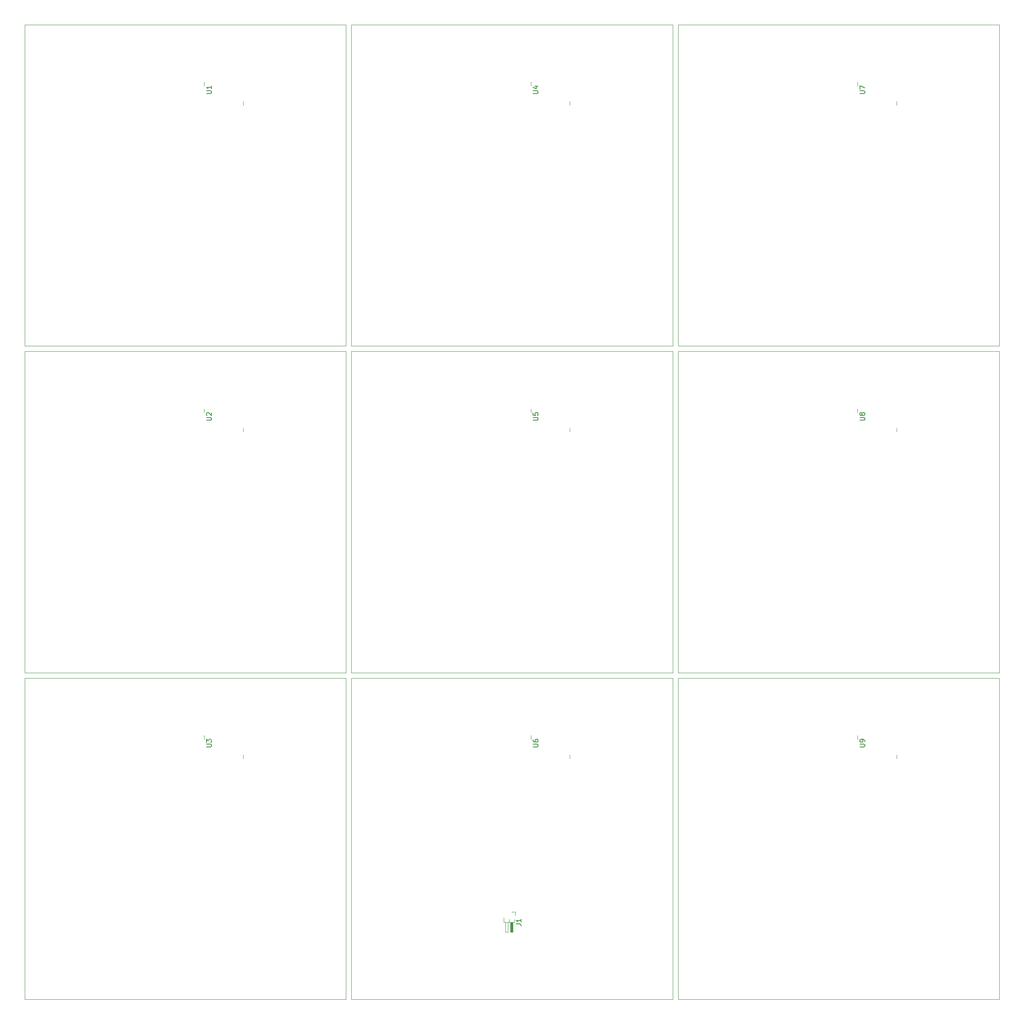
<source format=gbr>
%TF.GenerationSoftware,KiCad,Pcbnew,9.0.4*%
%TF.CreationDate,2025-09-15T19:22:17-07:00*%
%TF.ProjectId,solarboard,736f6c61-7262-46f6-9172-642e6b696361,rev?*%
%TF.SameCoordinates,Original*%
%TF.FileFunction,Legend,Top*%
%TF.FilePolarity,Positive*%
%FSLAX46Y46*%
G04 Gerber Fmt 4.6, Leading zero omitted, Abs format (unit mm)*
G04 Created by KiCad (PCBNEW 9.0.4) date 2025-09-15 19:22:17*
%MOMM*%
%LPD*%
G01*
G04 APERTURE LIST*
%ADD10C,0.150000*%
%ADD11C,0.120000*%
%ADD12C,0.100000*%
G04 APERTURE END LIST*
D10*
X111444819Y-7051904D02*
X112254342Y-7051904D01*
X112254342Y-7051904D02*
X112349580Y-7004285D01*
X112349580Y-7004285D02*
X112397200Y-6956666D01*
X112397200Y-6956666D02*
X112444819Y-6861428D01*
X112444819Y-6861428D02*
X112444819Y-6670952D01*
X112444819Y-6670952D02*
X112397200Y-6575714D01*
X112397200Y-6575714D02*
X112349580Y-6528095D01*
X112349580Y-6528095D02*
X112254342Y-6480476D01*
X112254342Y-6480476D02*
X111444819Y-6480476D01*
X111778152Y-5575714D02*
X112444819Y-5575714D01*
X111397200Y-5813809D02*
X112111485Y-6051904D01*
X112111485Y-6051904D02*
X112111485Y-5432857D01*
X44344819Y-7051904D02*
X45154342Y-7051904D01*
X45154342Y-7051904D02*
X45249580Y-7004285D01*
X45249580Y-7004285D02*
X45297200Y-6956666D01*
X45297200Y-6956666D02*
X45344819Y-6861428D01*
X45344819Y-6861428D02*
X45344819Y-6670952D01*
X45344819Y-6670952D02*
X45297200Y-6575714D01*
X45297200Y-6575714D02*
X45249580Y-6528095D01*
X45249580Y-6528095D02*
X45154342Y-6480476D01*
X45154342Y-6480476D02*
X44344819Y-6480476D01*
X45344819Y-5480476D02*
X45344819Y-6051904D01*
X45344819Y-5766190D02*
X44344819Y-5766190D01*
X44344819Y-5766190D02*
X44487676Y-5861428D01*
X44487676Y-5861428D02*
X44582914Y-5956666D01*
X44582914Y-5956666D02*
X44630533Y-6051904D01*
X178544819Y-74151904D02*
X179354342Y-74151904D01*
X179354342Y-74151904D02*
X179449580Y-74104285D01*
X179449580Y-74104285D02*
X179497200Y-74056666D01*
X179497200Y-74056666D02*
X179544819Y-73961428D01*
X179544819Y-73961428D02*
X179544819Y-73770952D01*
X179544819Y-73770952D02*
X179497200Y-73675714D01*
X179497200Y-73675714D02*
X179449580Y-73628095D01*
X179449580Y-73628095D02*
X179354342Y-73580476D01*
X179354342Y-73580476D02*
X178544819Y-73580476D01*
X178973390Y-72961428D02*
X178925771Y-73056666D01*
X178925771Y-73056666D02*
X178878152Y-73104285D01*
X178878152Y-73104285D02*
X178782914Y-73151904D01*
X178782914Y-73151904D02*
X178735295Y-73151904D01*
X178735295Y-73151904D02*
X178640057Y-73104285D01*
X178640057Y-73104285D02*
X178592438Y-73056666D01*
X178592438Y-73056666D02*
X178544819Y-72961428D01*
X178544819Y-72961428D02*
X178544819Y-72770952D01*
X178544819Y-72770952D02*
X178592438Y-72675714D01*
X178592438Y-72675714D02*
X178640057Y-72628095D01*
X178640057Y-72628095D02*
X178735295Y-72580476D01*
X178735295Y-72580476D02*
X178782914Y-72580476D01*
X178782914Y-72580476D02*
X178878152Y-72628095D01*
X178878152Y-72628095D02*
X178925771Y-72675714D01*
X178925771Y-72675714D02*
X178973390Y-72770952D01*
X178973390Y-72770952D02*
X178973390Y-72961428D01*
X178973390Y-72961428D02*
X179021009Y-73056666D01*
X179021009Y-73056666D02*
X179068628Y-73104285D01*
X179068628Y-73104285D02*
X179163866Y-73151904D01*
X179163866Y-73151904D02*
X179354342Y-73151904D01*
X179354342Y-73151904D02*
X179449580Y-73104285D01*
X179449580Y-73104285D02*
X179497200Y-73056666D01*
X179497200Y-73056666D02*
X179544819Y-72961428D01*
X179544819Y-72961428D02*
X179544819Y-72770952D01*
X179544819Y-72770952D02*
X179497200Y-72675714D01*
X179497200Y-72675714D02*
X179449580Y-72628095D01*
X179449580Y-72628095D02*
X179354342Y-72580476D01*
X179354342Y-72580476D02*
X179163866Y-72580476D01*
X179163866Y-72580476D02*
X179068628Y-72628095D01*
X179068628Y-72628095D02*
X179021009Y-72675714D01*
X179021009Y-72675714D02*
X178973390Y-72770952D01*
X178544819Y-141251904D02*
X179354342Y-141251904D01*
X179354342Y-141251904D02*
X179449580Y-141204285D01*
X179449580Y-141204285D02*
X179497200Y-141156666D01*
X179497200Y-141156666D02*
X179544819Y-141061428D01*
X179544819Y-141061428D02*
X179544819Y-140870952D01*
X179544819Y-140870952D02*
X179497200Y-140775714D01*
X179497200Y-140775714D02*
X179449580Y-140728095D01*
X179449580Y-140728095D02*
X179354342Y-140680476D01*
X179354342Y-140680476D02*
X178544819Y-140680476D01*
X179544819Y-140156666D02*
X179544819Y-139966190D01*
X179544819Y-139966190D02*
X179497200Y-139870952D01*
X179497200Y-139870952D02*
X179449580Y-139823333D01*
X179449580Y-139823333D02*
X179306723Y-139728095D01*
X179306723Y-139728095D02*
X179116247Y-139680476D01*
X179116247Y-139680476D02*
X178735295Y-139680476D01*
X178735295Y-139680476D02*
X178640057Y-139728095D01*
X178640057Y-139728095D02*
X178592438Y-139775714D01*
X178592438Y-139775714D02*
X178544819Y-139870952D01*
X178544819Y-139870952D02*
X178544819Y-140061428D01*
X178544819Y-140061428D02*
X178592438Y-140156666D01*
X178592438Y-140156666D02*
X178640057Y-140204285D01*
X178640057Y-140204285D02*
X178735295Y-140251904D01*
X178735295Y-140251904D02*
X178973390Y-140251904D01*
X178973390Y-140251904D02*
X179068628Y-140204285D01*
X179068628Y-140204285D02*
X179116247Y-140156666D01*
X179116247Y-140156666D02*
X179163866Y-140061428D01*
X179163866Y-140061428D02*
X179163866Y-139870952D01*
X179163866Y-139870952D02*
X179116247Y-139775714D01*
X179116247Y-139775714D02*
X179068628Y-139728095D01*
X179068628Y-139728095D02*
X178973390Y-139680476D01*
X44344819Y-74151904D02*
X45154342Y-74151904D01*
X45154342Y-74151904D02*
X45249580Y-74104285D01*
X45249580Y-74104285D02*
X45297200Y-74056666D01*
X45297200Y-74056666D02*
X45344819Y-73961428D01*
X45344819Y-73961428D02*
X45344819Y-73770952D01*
X45344819Y-73770952D02*
X45297200Y-73675714D01*
X45297200Y-73675714D02*
X45249580Y-73628095D01*
X45249580Y-73628095D02*
X45154342Y-73580476D01*
X45154342Y-73580476D02*
X44344819Y-73580476D01*
X44440057Y-73151904D02*
X44392438Y-73104285D01*
X44392438Y-73104285D02*
X44344819Y-73009047D01*
X44344819Y-73009047D02*
X44344819Y-72770952D01*
X44344819Y-72770952D02*
X44392438Y-72675714D01*
X44392438Y-72675714D02*
X44440057Y-72628095D01*
X44440057Y-72628095D02*
X44535295Y-72580476D01*
X44535295Y-72580476D02*
X44630533Y-72580476D01*
X44630533Y-72580476D02*
X44773390Y-72628095D01*
X44773390Y-72628095D02*
X45344819Y-73199523D01*
X45344819Y-73199523D02*
X45344819Y-72580476D01*
X107954819Y-177608333D02*
X108669104Y-177608333D01*
X108669104Y-177608333D02*
X108811961Y-177655952D01*
X108811961Y-177655952D02*
X108907200Y-177751190D01*
X108907200Y-177751190D02*
X108954819Y-177894047D01*
X108954819Y-177894047D02*
X108954819Y-177989285D01*
X108954819Y-176608333D02*
X108954819Y-177179761D01*
X108954819Y-176894047D02*
X107954819Y-176894047D01*
X107954819Y-176894047D02*
X108097676Y-176989285D01*
X108097676Y-176989285D02*
X108192914Y-177084523D01*
X108192914Y-177084523D02*
X108240533Y-177179761D01*
X178544819Y-7051904D02*
X179354342Y-7051904D01*
X179354342Y-7051904D02*
X179449580Y-7004285D01*
X179449580Y-7004285D02*
X179497200Y-6956666D01*
X179497200Y-6956666D02*
X179544819Y-6861428D01*
X179544819Y-6861428D02*
X179544819Y-6670952D01*
X179544819Y-6670952D02*
X179497200Y-6575714D01*
X179497200Y-6575714D02*
X179449580Y-6528095D01*
X179449580Y-6528095D02*
X179354342Y-6480476D01*
X179354342Y-6480476D02*
X178544819Y-6480476D01*
X178544819Y-6099523D02*
X178544819Y-5432857D01*
X178544819Y-5432857D02*
X179544819Y-5861428D01*
X111444819Y-74151904D02*
X112254342Y-74151904D01*
X112254342Y-74151904D02*
X112349580Y-74104285D01*
X112349580Y-74104285D02*
X112397200Y-74056666D01*
X112397200Y-74056666D02*
X112444819Y-73961428D01*
X112444819Y-73961428D02*
X112444819Y-73770952D01*
X112444819Y-73770952D02*
X112397200Y-73675714D01*
X112397200Y-73675714D02*
X112349580Y-73628095D01*
X112349580Y-73628095D02*
X112254342Y-73580476D01*
X112254342Y-73580476D02*
X111444819Y-73580476D01*
X111444819Y-72628095D02*
X111444819Y-73104285D01*
X111444819Y-73104285D02*
X111921009Y-73151904D01*
X111921009Y-73151904D02*
X111873390Y-73104285D01*
X111873390Y-73104285D02*
X111825771Y-73009047D01*
X111825771Y-73009047D02*
X111825771Y-72770952D01*
X111825771Y-72770952D02*
X111873390Y-72675714D01*
X111873390Y-72675714D02*
X111921009Y-72628095D01*
X111921009Y-72628095D02*
X112016247Y-72580476D01*
X112016247Y-72580476D02*
X112254342Y-72580476D01*
X112254342Y-72580476D02*
X112349580Y-72628095D01*
X112349580Y-72628095D02*
X112397200Y-72675714D01*
X112397200Y-72675714D02*
X112444819Y-72770952D01*
X112444819Y-72770952D02*
X112444819Y-73009047D01*
X112444819Y-73009047D02*
X112397200Y-73104285D01*
X112397200Y-73104285D02*
X112349580Y-73151904D01*
X44344819Y-141251904D02*
X45154342Y-141251904D01*
X45154342Y-141251904D02*
X45249580Y-141204285D01*
X45249580Y-141204285D02*
X45297200Y-141156666D01*
X45297200Y-141156666D02*
X45344819Y-141061428D01*
X45344819Y-141061428D02*
X45344819Y-140870952D01*
X45344819Y-140870952D02*
X45297200Y-140775714D01*
X45297200Y-140775714D02*
X45249580Y-140728095D01*
X45249580Y-140728095D02*
X45154342Y-140680476D01*
X45154342Y-140680476D02*
X44344819Y-140680476D01*
X44344819Y-140299523D02*
X44344819Y-139680476D01*
X44344819Y-139680476D02*
X44725771Y-140013809D01*
X44725771Y-140013809D02*
X44725771Y-139870952D01*
X44725771Y-139870952D02*
X44773390Y-139775714D01*
X44773390Y-139775714D02*
X44821009Y-139728095D01*
X44821009Y-139728095D02*
X44916247Y-139680476D01*
X44916247Y-139680476D02*
X45154342Y-139680476D01*
X45154342Y-139680476D02*
X45249580Y-139728095D01*
X45249580Y-139728095D02*
X45297200Y-139775714D01*
X45297200Y-139775714D02*
X45344819Y-139870952D01*
X45344819Y-139870952D02*
X45344819Y-140156666D01*
X45344819Y-140156666D02*
X45297200Y-140251904D01*
X45297200Y-140251904D02*
X45249580Y-140299523D01*
X111444819Y-141251904D02*
X112254342Y-141251904D01*
X112254342Y-141251904D02*
X112349580Y-141204285D01*
X112349580Y-141204285D02*
X112397200Y-141156666D01*
X112397200Y-141156666D02*
X112444819Y-141061428D01*
X112444819Y-141061428D02*
X112444819Y-140870952D01*
X112444819Y-140870952D02*
X112397200Y-140775714D01*
X112397200Y-140775714D02*
X112349580Y-140728095D01*
X112349580Y-140728095D02*
X112254342Y-140680476D01*
X112254342Y-140680476D02*
X111444819Y-140680476D01*
X111444819Y-139775714D02*
X111444819Y-139966190D01*
X111444819Y-139966190D02*
X111492438Y-140061428D01*
X111492438Y-140061428D02*
X111540057Y-140109047D01*
X111540057Y-140109047D02*
X111682914Y-140204285D01*
X111682914Y-140204285D02*
X111873390Y-140251904D01*
X111873390Y-140251904D02*
X112254342Y-140251904D01*
X112254342Y-140251904D02*
X112349580Y-140204285D01*
X112349580Y-140204285D02*
X112397200Y-140156666D01*
X112397200Y-140156666D02*
X112444819Y-140061428D01*
X112444819Y-140061428D02*
X112444819Y-139870952D01*
X112444819Y-139870952D02*
X112397200Y-139775714D01*
X112397200Y-139775714D02*
X112349580Y-139728095D01*
X112349580Y-139728095D02*
X112254342Y-139680476D01*
X112254342Y-139680476D02*
X112016247Y-139680476D01*
X112016247Y-139680476D02*
X111921009Y-139728095D01*
X111921009Y-139728095D02*
X111873390Y-139775714D01*
X111873390Y-139775714D02*
X111825771Y-139870952D01*
X111825771Y-139870952D02*
X111825771Y-140061428D01*
X111825771Y-140061428D02*
X111873390Y-140156666D01*
X111873390Y-140156666D02*
X111921009Y-140204285D01*
X111921009Y-140204285D02*
X112016247Y-140251904D01*
D11*
%TO.C,U4*%
X110985000Y-4695000D02*
X110985000Y-5430000D01*
X118985000Y-8695000D02*
X118985000Y-9430000D01*
D12*
X74100000Y7100000D02*
X140100000Y7100000D01*
X140100000Y-58900000D01*
X74100000Y-58900000D01*
X74100000Y7100000D01*
D11*
%TO.C,U1*%
X43885000Y-4695000D02*
X43885000Y-5430000D01*
X51885000Y-8695000D02*
X51885000Y-9430000D01*
D12*
X7000000Y7100000D02*
X73000000Y7100000D01*
X73000000Y-58900000D01*
X7000000Y-58900000D01*
X7000000Y7100000D01*
D11*
%TO.C,U8*%
X178085000Y-71795000D02*
X178085000Y-72530000D01*
X186085000Y-75795000D02*
X186085000Y-76530000D01*
D12*
X141200000Y-60000000D02*
X207200000Y-60000000D01*
X207200000Y-126000000D01*
X141200000Y-126000000D01*
X141200000Y-60000000D01*
D11*
%TO.C,U9*%
X178085000Y-138895000D02*
X178085000Y-139630000D01*
X186085000Y-142895000D02*
X186085000Y-143630000D01*
D12*
X141200000Y-127100000D02*
X207200000Y-127100000D01*
X207200000Y-193100000D01*
X141200000Y-193100000D01*
X141200000Y-127100000D01*
D11*
%TO.C,U2*%
X43885000Y-71795000D02*
X43885000Y-72530000D01*
X51885000Y-75795000D02*
X51885000Y-76530000D01*
D12*
X7000000Y-60000000D02*
X73000000Y-60000000D01*
X73000000Y-126000000D01*
X7000000Y-126000000D01*
X7000000Y-60000000D01*
D11*
%TO.C,J1*%
X105390000Y-177260000D02*
X105390000Y-176310030D01*
X105740000Y-179260000D02*
X105740000Y-177260000D01*
X106260000Y-177260000D02*
X106260000Y-179260000D01*
X106260000Y-179260000D02*
X105740000Y-179260000D01*
X106500000Y-176635000D02*
X106500000Y-177260000D01*
X107000000Y-175165000D02*
X107735000Y-175165000D01*
X107610000Y-176635000D02*
X107610000Y-177260000D01*
X107610000Y-177260000D02*
X105390000Y-177260000D01*
X107735000Y-175165000D02*
X107735000Y-175900000D01*
X107260000Y-177260000D02*
X106740000Y-177260000D01*
X106740000Y-179260000D01*
X107260000Y-179260000D01*
X107260000Y-177260000D01*
G36*
X107260000Y-177260000D02*
G01*
X106740000Y-177260000D01*
X106740000Y-179260000D01*
X107260000Y-179260000D01*
X107260000Y-177260000D01*
G37*
%TO.C,U7*%
X178085000Y-4695000D02*
X178085000Y-5430000D01*
X186085000Y-8695000D02*
X186085000Y-9430000D01*
D12*
X141200000Y7100000D02*
X207200000Y7100000D01*
X207200000Y-58900000D01*
X141200000Y-58900000D01*
X141200000Y7100000D01*
D11*
%TO.C,U5*%
X110985000Y-71795000D02*
X110985000Y-72530000D01*
X118985000Y-75795000D02*
X118985000Y-76530000D01*
D12*
X74100000Y-60000000D02*
X140100000Y-60000000D01*
X140100000Y-126000000D01*
X74100000Y-126000000D01*
X74100000Y-60000000D01*
D11*
%TO.C,U3*%
X43885000Y-138895000D02*
X43885000Y-139630000D01*
X51885000Y-142895000D02*
X51885000Y-143630000D01*
D12*
X7000000Y-127100000D02*
X73000000Y-127100000D01*
X73000000Y-193100000D01*
X7000000Y-193100000D01*
X7000000Y-127100000D01*
D11*
%TO.C,U6*%
X110985000Y-138895000D02*
X110985000Y-139630000D01*
X118985000Y-142895000D02*
X118985000Y-143630000D01*
D12*
X74100000Y-127100000D02*
X140100000Y-127100000D01*
X140100000Y-193100000D01*
X74100000Y-193100000D01*
X74100000Y-127100000D01*
%TD*%
M02*

</source>
